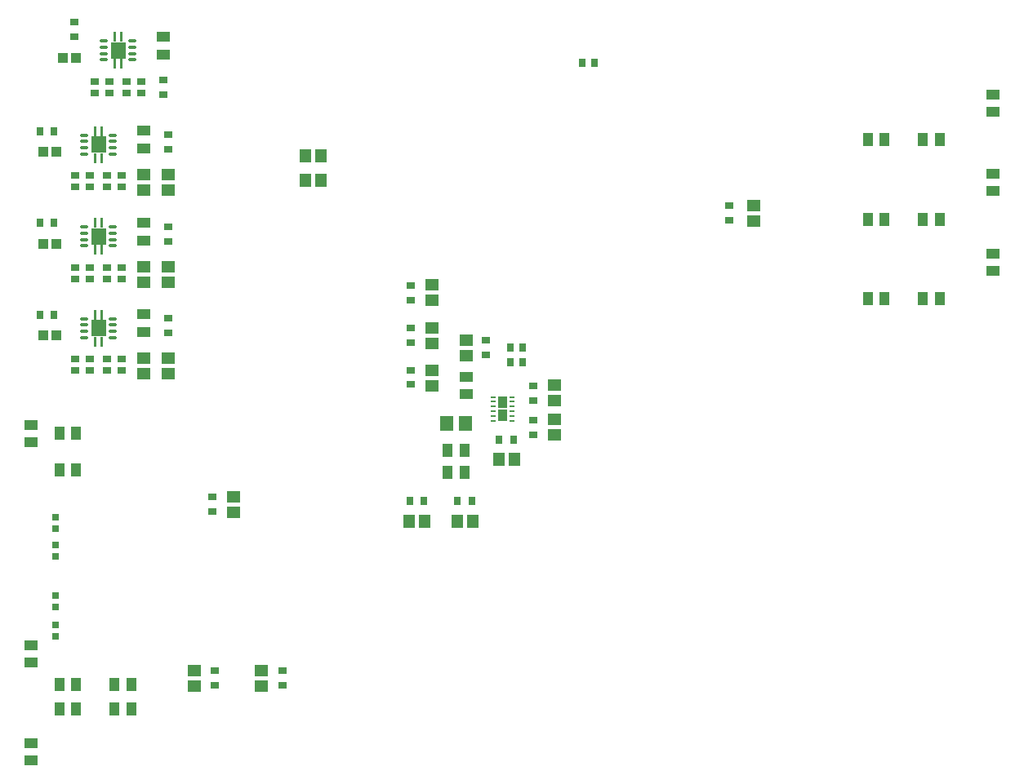
<source format=gbr>
%TF.GenerationSoftware,Altium Limited,Altium Designer,19.1.7 (138)*%
G04 Layer_Color=128*
%FSLAX26Y26*%
%MOIN*%
%TF.FileFunction,Paste,Bot*%
%TF.Part,Single*%
G01*
G75*
%TA.AperFunction,SMDPad,CuDef*%
%ADD31R,0.043307X0.055118*%
%ADD32R,0.055118X0.043307*%
G04:AMPARAMS|DCode=33|XSize=13.78mil|YSize=33.465mil|CornerRadius=1.998mil|HoleSize=0mil|Usage=FLASHONLY|Rotation=90.000|XOffset=0mil|YOffset=0mil|HoleType=Round|Shape=RoundedRectangle|*
%AMROUNDEDRECTD33*
21,1,0.013780,0.029469,0,0,90.0*
21,1,0.009784,0.033465,0,0,90.0*
1,1,0.003996,0.014734,0.004892*
1,1,0.003996,0.014734,-0.004892*
1,1,0.003996,-0.014734,-0.004892*
1,1,0.003996,-0.014734,0.004892*
%
%ADD33ROUNDEDRECTD33*%
G04:AMPARAMS|DCode=34|XSize=68.898mil|YSize=59.055mil|CornerRadius=2.067mil|HoleSize=0mil|Usage=FLASHONLY|Rotation=90.000|XOffset=0mil|YOffset=0mil|HoleType=Round|Shape=RoundedRectangle|*
%AMROUNDEDRECTD34*
21,1,0.068898,0.054921,0,0,90.0*
21,1,0.064764,0.059055,0,0,90.0*
1,1,0.004134,0.027461,0.032382*
1,1,0.004134,0.027461,-0.032382*
1,1,0.004134,-0.027461,-0.032382*
1,1,0.004134,-0.027461,0.032382*
%
%ADD34ROUNDEDRECTD34*%
%ADD35R,0.035433X0.031496*%
%ADD36R,0.031496X0.035433*%
G04:AMPARAMS|DCode=38|XSize=19.685mil|YSize=9.842mil|CornerRadius=1.968mil|HoleSize=0mil|Usage=FLASHONLY|Rotation=180.000|XOffset=0mil|YOffset=0mil|HoleType=Round|Shape=RoundedRectangle|*
%AMROUNDEDRECTD38*
21,1,0.019685,0.005906,0,0,180.0*
21,1,0.015748,0.009842,0,0,180.0*
1,1,0.003937,-0.007874,0.002953*
1,1,0.003937,0.007874,0.002953*
1,1,0.003937,0.007874,-0.002953*
1,1,0.003937,-0.007874,-0.002953*
%
%ADD38ROUNDEDRECTD38*%
%ADD39R,0.057087X0.051181*%
%ADD40R,0.041339X0.041339*%
%ADD41R,0.033465X0.027559*%
%ADD42R,0.057087X0.041339*%
%ADD43R,0.053150X0.061024*%
%ADD44R,0.029528X0.033465*%
%ADD45R,0.031496X0.027559*%
%ADD46R,0.051181X0.057087*%
G36*
X1548307Y4374449D02*
X1537284D01*
Y4414803D01*
X1548307D01*
Y4374449D01*
D02*
G37*
G36*
X1522716D02*
X1511693D01*
Y4414803D01*
X1522716D01*
Y4374449D01*
D02*
G37*
G36*
X1548307Y4265197D02*
X1537284D01*
Y4305551D01*
X1548307D01*
Y4265197D01*
D02*
G37*
G36*
X1522716D02*
X1511693D01*
Y4305551D01*
X1522716D01*
Y4265197D01*
D02*
G37*
G36*
X1468307Y3989449D02*
X1457284D01*
Y4029803D01*
X1468307D01*
Y3989449D01*
D02*
G37*
G36*
X1442716D02*
X1431693D01*
Y4029803D01*
X1442716D01*
Y3989449D01*
D02*
G37*
G36*
X1468307Y3880197D02*
X1457284D01*
Y3920551D01*
X1468307D01*
Y3880197D01*
D02*
G37*
G36*
X1442716D02*
X1431693D01*
Y3920551D01*
X1442716D01*
Y3880197D01*
D02*
G37*
G36*
X1468307Y3614449D02*
X1457284D01*
Y3654803D01*
X1468307D01*
Y3614449D01*
D02*
G37*
G36*
X1442716D02*
X1431693D01*
Y3654803D01*
X1442716D01*
Y3614449D01*
D02*
G37*
G36*
X1468307Y3505197D02*
X1457284D01*
Y3545551D01*
X1468307D01*
Y3505197D01*
D02*
G37*
G36*
X1442716D02*
X1431693D01*
Y3545551D01*
X1442716D01*
Y3505197D01*
D02*
G37*
G36*
X1468307Y3239449D02*
X1457284D01*
Y3279803D01*
X1468307D01*
Y3239449D01*
D02*
G37*
G36*
X1442716D02*
X1431693D01*
Y3279803D01*
X1442716D01*
Y3239449D01*
D02*
G37*
G36*
X1468307Y3130197D02*
X1457284D01*
Y3170551D01*
X1468307D01*
Y3130197D01*
D02*
G37*
G36*
X1442716D02*
X1431693D01*
Y3170551D01*
X1442716D01*
Y3130197D01*
D02*
G37*
G36*
X3117847Y2924700D02*
X3118401Y2924147D01*
X3118701Y2923423D01*
Y2923032D01*
Y2880906D01*
Y2880514D01*
X3118401Y2879791D01*
X3117847Y2879237D01*
X3117124Y2878937D01*
X3082876D01*
X3082153Y2879237D01*
X3081599Y2879791D01*
X3081299Y2880514D01*
Y2880906D01*
Y2923032D01*
Y2923423D01*
X3081599Y2924147D01*
X3082153Y2924700D01*
X3082876Y2925000D01*
X3117124D01*
X3117847Y2924700D01*
D02*
G37*
G36*
Y2870763D02*
X3118401Y2870210D01*
X3118701Y2869486D01*
Y2869095D01*
Y2826969D01*
Y2826577D01*
X3118401Y2825854D01*
X3117847Y2825300D01*
X3117124Y2825000D01*
X3082876D01*
X3082153Y2825300D01*
X3081599Y2825854D01*
X3081299Y2826577D01*
Y2826969D01*
Y2869095D01*
Y2869486D01*
X3081599Y2870210D01*
X3082153Y2870763D01*
X3082876Y2871063D01*
X3117124D01*
X3117847Y2870763D01*
D02*
G37*
D31*
X4815551Y3975000D02*
D03*
X4884449D02*
D03*
X4590551D02*
D03*
X4659449D02*
D03*
X4590551Y3650000D02*
D03*
X4659449D02*
D03*
X4815551D02*
D03*
X4884449D02*
D03*
X2875551Y2705000D02*
D03*
X2944449D02*
D03*
Y2615000D02*
D03*
X2875551D02*
D03*
X1584449Y1750000D02*
D03*
X1515551D02*
D03*
Y1650000D02*
D03*
X1584449D02*
D03*
X1290551D02*
D03*
X1359449D02*
D03*
Y1750000D02*
D03*
X1290551D02*
D03*
Y2625000D02*
D03*
X1359449D02*
D03*
Y2775000D02*
D03*
X1290551D02*
D03*
X4659449Y3325000D02*
D03*
X4590551D02*
D03*
X4884449D02*
D03*
X4815551D02*
D03*
D32*
X2950000Y2935551D02*
D03*
Y3004449D02*
D03*
X1175000Y1840551D02*
D03*
Y1909449D02*
D03*
Y1509449D02*
D03*
Y1440551D02*
D03*
X5100000Y3834449D02*
D03*
Y3765551D02*
D03*
Y4159449D02*
D03*
Y4090551D02*
D03*
Y3509449D02*
D03*
Y3440551D02*
D03*
X1175000Y2740551D02*
D03*
Y2809449D02*
D03*
D33*
X1588071Y4378386D02*
D03*
Y4352795D02*
D03*
Y4327205D02*
D03*
Y4301614D02*
D03*
X1471929Y4378386D02*
D03*
Y4352795D02*
D03*
Y4327205D02*
D03*
Y4301614D02*
D03*
X1508071Y3993386D02*
D03*
Y3967795D02*
D03*
Y3942205D02*
D03*
Y3916614D02*
D03*
X1391929Y3993386D02*
D03*
Y3967795D02*
D03*
Y3942205D02*
D03*
Y3916614D02*
D03*
X1508071Y3618386D02*
D03*
Y3592795D02*
D03*
Y3567205D02*
D03*
Y3541614D02*
D03*
X1391929Y3618386D02*
D03*
Y3592795D02*
D03*
Y3567205D02*
D03*
Y3541614D02*
D03*
X1508071Y3243386D02*
D03*
Y3217795D02*
D03*
Y3192205D02*
D03*
Y3166614D02*
D03*
X1391929Y3243386D02*
D03*
Y3217795D02*
D03*
Y3192205D02*
D03*
Y3166614D02*
D03*
D34*
X1530000Y4340000D02*
D03*
X1450000Y3955000D02*
D03*
Y3580000D02*
D03*
Y3205000D02*
D03*
D35*
X2725000Y3379528D02*
D03*
Y3320472D02*
D03*
Y3204528D02*
D03*
Y3145472D02*
D03*
X1715000Y4160472D02*
D03*
Y4219528D02*
D03*
X1735000Y3994528D02*
D03*
Y3935472D02*
D03*
X3030000Y3154528D02*
D03*
Y3095472D02*
D03*
X1350000Y4454528D02*
D03*
Y4395472D02*
D03*
X1735000Y3619528D02*
D03*
Y3560472D02*
D03*
Y3244528D02*
D03*
Y3185472D02*
D03*
X1925000Y1804528D02*
D03*
Y1745473D02*
D03*
X3225000Y2969528D02*
D03*
Y2910472D02*
D03*
Y2829528D02*
D03*
Y2770472D02*
D03*
X2200000Y1745473D02*
D03*
Y1804528D02*
D03*
X4025000Y3645472D02*
D03*
Y3704527D02*
D03*
X1915000Y2514528D02*
D03*
Y2455472D02*
D03*
X2725000Y2975000D02*
D03*
Y3034055D02*
D03*
D36*
X2974528Y2500000D02*
D03*
X2915472D02*
D03*
X3085473Y2750000D02*
D03*
X3144528D02*
D03*
X1210472Y4010000D02*
D03*
X1269528D02*
D03*
X1210472Y3635000D02*
D03*
X1269528D02*
D03*
X1210472Y3260000D02*
D03*
X1269528D02*
D03*
X2779528Y2500000D02*
D03*
X2720473D02*
D03*
D38*
X3062599Y2924213D02*
D03*
Y2904528D02*
D03*
Y2884843D02*
D03*
Y2865158D02*
D03*
Y2845472D02*
D03*
Y2825787D02*
D03*
X3137402D02*
D03*
Y2845472D02*
D03*
Y2865158D02*
D03*
Y2884843D02*
D03*
Y2904528D02*
D03*
Y2924213D02*
D03*
D39*
X1735000Y3768504D02*
D03*
Y3831496D02*
D03*
X1635000Y3768504D02*
D03*
Y3831496D02*
D03*
X1735000Y3393504D02*
D03*
Y3456496D02*
D03*
X1635000Y3393504D02*
D03*
Y3456496D02*
D03*
X1735000Y3018504D02*
D03*
Y3081496D02*
D03*
X1635000Y3018504D02*
D03*
Y3081496D02*
D03*
X1840000Y1806496D02*
D03*
Y1743504D02*
D03*
X2950000Y3156496D02*
D03*
Y3093504D02*
D03*
X3310000Y2971496D02*
D03*
Y2908504D02*
D03*
Y2831496D02*
D03*
Y2768504D02*
D03*
X2115000Y1743504D02*
D03*
Y1806496D02*
D03*
X4125000Y3643504D02*
D03*
Y3706496D02*
D03*
X2000000Y2516496D02*
D03*
Y2453504D02*
D03*
X2810000Y3381496D02*
D03*
Y3318504D02*
D03*
Y3206496D02*
D03*
Y3143504D02*
D03*
Y2968504D02*
D03*
Y3031496D02*
D03*
D40*
X1276575Y3925000D02*
D03*
X1223425D02*
D03*
X1276575Y3550000D02*
D03*
X1223425D02*
D03*
X1276575Y3175000D02*
D03*
X1223425D02*
D03*
X1303425Y4310000D02*
D03*
X1356575D02*
D03*
D41*
X1355000Y3827638D02*
D03*
Y3782362D02*
D03*
X1545000Y3827638D02*
D03*
Y3782362D02*
D03*
X1415000Y3827638D02*
D03*
Y3782362D02*
D03*
X1485000D02*
D03*
Y3827638D02*
D03*
X1355000Y3452638D02*
D03*
Y3407362D02*
D03*
X1545000Y3452638D02*
D03*
Y3407362D02*
D03*
X1415000Y3452638D02*
D03*
Y3407362D02*
D03*
X1485000D02*
D03*
Y3452638D02*
D03*
X1355000Y3077638D02*
D03*
Y3032362D02*
D03*
X1545000Y3077638D02*
D03*
Y3032362D02*
D03*
X1415000Y3077638D02*
D03*
Y3032362D02*
D03*
X1485000D02*
D03*
Y3077638D02*
D03*
X1565000Y4167362D02*
D03*
Y4212638D02*
D03*
X1495000D02*
D03*
Y4167362D02*
D03*
X1625000Y4212638D02*
D03*
Y4167362D02*
D03*
X1435000Y4212638D02*
D03*
Y4167362D02*
D03*
D42*
X1635000Y4011417D02*
D03*
Y3938583D02*
D03*
Y3636417D02*
D03*
Y3563583D02*
D03*
Y3261417D02*
D03*
Y3188583D02*
D03*
X1715000Y4396417D02*
D03*
Y4323583D02*
D03*
D43*
X2949370Y2815000D02*
D03*
X2870630D02*
D03*
D44*
X3475590Y4290000D02*
D03*
X3424409D02*
D03*
X3130000Y3125000D02*
D03*
X3181181D02*
D03*
X3130000Y3065000D02*
D03*
X3181181D02*
D03*
D45*
X1275000Y2433622D02*
D03*
Y2386378D02*
D03*
Y2271378D02*
D03*
Y2318622D02*
D03*
X1275000Y2066378D02*
D03*
Y2113622D02*
D03*
Y1946378D02*
D03*
Y1993622D02*
D03*
D46*
X2976496Y2415000D02*
D03*
X2913504D02*
D03*
X2781496Y2415000D02*
D03*
X2718504D02*
D03*
X3146496Y2670000D02*
D03*
X3083504D02*
D03*
X2356496Y3810000D02*
D03*
X2293504D02*
D03*
X2356496Y3910000D02*
D03*
X2293504D02*
D03*
%TF.MD5,24c25bb879d70edcff5169544f0323c9*%
M02*

</source>
